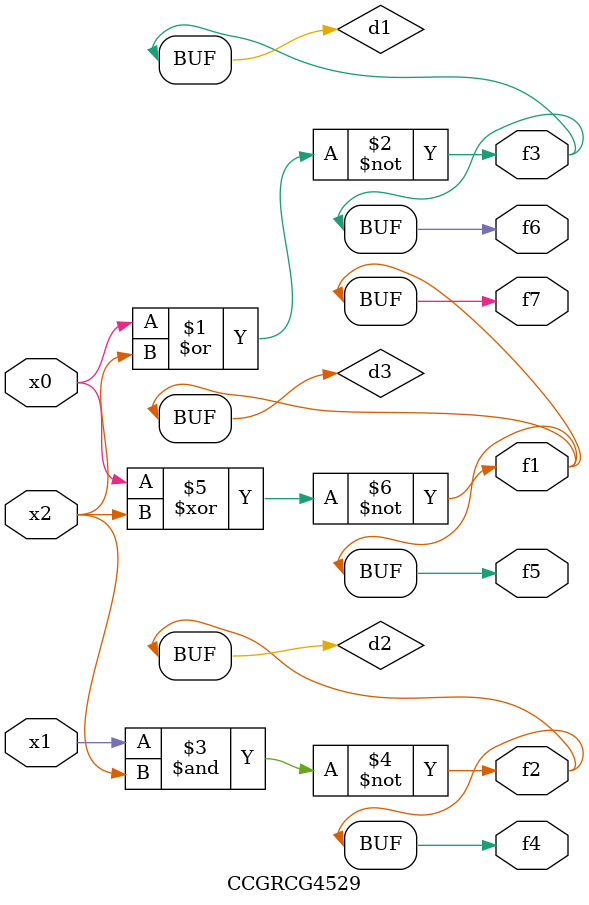
<source format=v>
module CCGRCG4529(
	input x0, x1, x2,
	output f1, f2, f3, f4, f5, f6, f7
);

	wire d1, d2, d3;

	nor (d1, x0, x2);
	nand (d2, x1, x2);
	xnor (d3, x0, x2);
	assign f1 = d3;
	assign f2 = d2;
	assign f3 = d1;
	assign f4 = d2;
	assign f5 = d3;
	assign f6 = d1;
	assign f7 = d3;
endmodule

</source>
